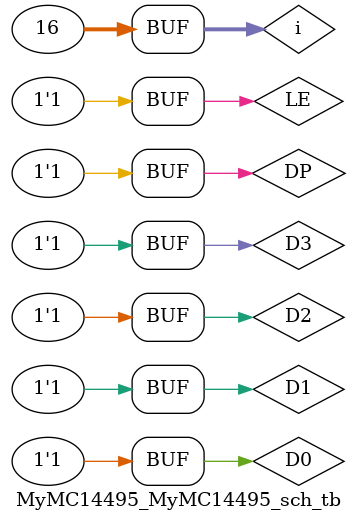
<source format=v>

`timescale 1ns / 1ps

module MyMC14495_MyMC14495_sch_tb();

// Inputs
   reg D1;
   reg D3;
   reg D2;
   reg D0;
   reg LE;
   reg DP;

// Output
   wire a;
   wire c;
   wire e;
   wire g;
   wire b;
   wire d;
   wire f;
   wire p;

// Bidirs

// Instantiate the UUT
   MyMC14495 UUT (
		.a(a), 
		.c(c), 
		.e(e), 
		.g(g), 
		.b(b), 
		.d(d), 
		.f(f), 
		.D1(D1), 
		.D3(D3), 
		.D2(D2), 
		.D0(D0), 
		.LE(LE), 
		.p(p), 
		.DP(DP)
   );
// Initialize Inputs
// `ifdef auto_init
	integer i;
	initial begin
		D1 = 0;
		D3 = 0;
		D2 = 0;
		D0 = 0;
		LE = 0;
		DP = 0;
		
		for (i=0; i<16; i=i+1) begin
			#50;
			{D3,D2,D1,D0} = i;
			DP = i;
		end
		
		#50;
		LE = 1;
	end
// `endif
endmodule

</source>
